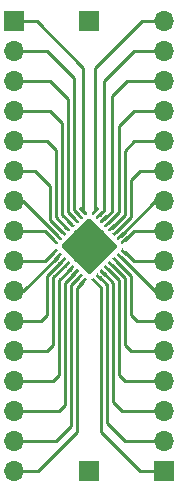
<source format=gbr>
G04 #@! TF.GenerationSoftware,KiCad,Pcbnew,(5.0.0-3-g5ebb6b6)*
G04 #@! TF.CreationDate,2019-01-26T00:41:44+00:00*
G04 #@! TF.ProjectId,QFN32,51464E33322E6B696361645F70636200,rev?*
G04 #@! TF.SameCoordinates,Original*
G04 #@! TF.FileFunction,Copper,L1,Top,Signal*
G04 #@! TF.FilePolarity,Positive*
%FSLAX46Y46*%
G04 Gerber Fmt 4.6, Leading zero omitted, Abs format (unit mm)*
G04 Created by KiCad (PCBNEW (5.0.0-3-g5ebb6b6)) date Saturday, 26 January 2019 at 00:41:44*
%MOMM*%
%LPD*%
G01*
G04 APERTURE LIST*
G04 #@! TA.AperFunction,ComponentPad*
%ADD10R,1.700000X1.700000*%
G04 #@! TD*
G04 #@! TA.AperFunction,ComponentPad*
%ADD11O,1.700000X1.700000*%
G04 #@! TD*
G04 #@! TA.AperFunction,Conductor*
%ADD12C,0.100000*%
G04 #@! TD*
G04 #@! TA.AperFunction,SMDPad,CuDef*
%ADD13C,3.450000*%
G04 #@! TD*
G04 #@! TA.AperFunction,ViaPad*
%ADD14C,0.500000*%
G04 #@! TD*
G04 #@! TA.AperFunction,SMDPad,CuDef*
%ADD15C,0.250000*%
G04 #@! TD*
G04 #@! TA.AperFunction,Conductor*
%ADD16C,0.250000*%
G04 #@! TD*
G04 APERTURE END LIST*
D10*
G04 #@! TO.P,J1,1*
G04 #@! TO.N,/THERMAL_PAD*
X135890000Y-114300000D03*
G04 #@! TD*
G04 #@! TO.P,J2,1*
G04 #@! TO.N,/THERMAL_PAD*
X135890000Y-76200000D03*
G04 #@! TD*
G04 #@! TO.P,J3,1*
G04 #@! TO.N,/1*
X129540000Y-76200000D03*
D11*
G04 #@! TO.P,J3,2*
G04 #@! TO.N,/2*
X129540000Y-78740000D03*
G04 #@! TO.P,J3,3*
G04 #@! TO.N,/3*
X129540000Y-81280000D03*
G04 #@! TO.P,J3,4*
G04 #@! TO.N,/4*
X129540000Y-83820000D03*
G04 #@! TO.P,J3,5*
G04 #@! TO.N,/5*
X129540000Y-86360000D03*
G04 #@! TO.P,J3,6*
G04 #@! TO.N,/6*
X129540000Y-88900000D03*
G04 #@! TO.P,J3,7*
G04 #@! TO.N,/7*
X129540000Y-91440000D03*
G04 #@! TO.P,J3,8*
G04 #@! TO.N,/8*
X129540000Y-93980000D03*
G04 #@! TO.P,J3,9*
G04 #@! TO.N,/9*
X129540000Y-96520000D03*
G04 #@! TO.P,J3,10*
G04 #@! TO.N,/10*
X129540000Y-99060000D03*
G04 #@! TO.P,J3,11*
G04 #@! TO.N,/11*
X129540000Y-101600000D03*
G04 #@! TO.P,J3,12*
G04 #@! TO.N,/12*
X129540000Y-104140000D03*
G04 #@! TO.P,J3,13*
G04 #@! TO.N,/13*
X129540000Y-106680000D03*
G04 #@! TO.P,J3,14*
G04 #@! TO.N,/14*
X129540000Y-109220000D03*
G04 #@! TO.P,J3,15*
G04 #@! TO.N,/15*
X129540000Y-111760000D03*
G04 #@! TO.P,J3,16*
G04 #@! TO.N,/16*
X129540000Y-114300000D03*
G04 #@! TD*
G04 #@! TO.P,J4,16*
G04 #@! TO.N,/32*
X142240000Y-76200000D03*
G04 #@! TO.P,J4,15*
G04 #@! TO.N,/31*
X142240000Y-78740000D03*
G04 #@! TO.P,J4,14*
G04 #@! TO.N,/30*
X142240000Y-81280000D03*
G04 #@! TO.P,J4,13*
G04 #@! TO.N,/29*
X142240000Y-83820000D03*
G04 #@! TO.P,J4,12*
G04 #@! TO.N,/28*
X142240000Y-86360000D03*
G04 #@! TO.P,J4,11*
G04 #@! TO.N,/27*
X142240000Y-88900000D03*
G04 #@! TO.P,J4,10*
G04 #@! TO.N,/26*
X142240000Y-91440000D03*
G04 #@! TO.P,J4,9*
G04 #@! TO.N,/25*
X142240000Y-93980000D03*
G04 #@! TO.P,J4,8*
G04 #@! TO.N,/24*
X142240000Y-96520000D03*
G04 #@! TO.P,J4,7*
G04 #@! TO.N,/23*
X142240000Y-99060000D03*
G04 #@! TO.P,J4,6*
G04 #@! TO.N,/22*
X142240000Y-101600000D03*
G04 #@! TO.P,J4,5*
G04 #@! TO.N,/21*
X142240000Y-104140000D03*
G04 #@! TO.P,J4,4*
G04 #@! TO.N,/20*
X142240000Y-106680000D03*
G04 #@! TO.P,J4,3*
G04 #@! TO.N,/19*
X142240000Y-109220000D03*
G04 #@! TO.P,J4,2*
G04 #@! TO.N,/18*
X142240000Y-111760000D03*
D10*
G04 #@! TO.P,J4,1*
G04 #@! TO.N,/17*
X142240000Y-114300000D03*
G04 #@! TD*
D12*
G04 #@! TO.N,/THERMAL_PAD*
G04 #@! TO.C,U1*
G36*
X135914504Y-92915239D02*
X135938773Y-92918839D01*
X135962571Y-92924800D01*
X135985671Y-92933065D01*
X136007849Y-92943555D01*
X136028893Y-92956168D01*
X136048598Y-92970782D01*
X136066777Y-92987258D01*
X138152742Y-95073223D01*
X138169218Y-95091402D01*
X138183832Y-95111107D01*
X138196445Y-95132151D01*
X138206935Y-95154329D01*
X138215200Y-95177429D01*
X138221161Y-95201227D01*
X138224761Y-95225496D01*
X138225965Y-95250000D01*
X138224761Y-95274504D01*
X138221161Y-95298773D01*
X138215200Y-95322571D01*
X138206935Y-95345671D01*
X138196445Y-95367849D01*
X138183832Y-95388893D01*
X138169218Y-95408598D01*
X138152742Y-95426777D01*
X136066777Y-97512742D01*
X136048598Y-97529218D01*
X136028893Y-97543832D01*
X136007849Y-97556445D01*
X135985671Y-97566935D01*
X135962571Y-97575200D01*
X135938773Y-97581161D01*
X135914504Y-97584761D01*
X135890000Y-97585965D01*
X135865496Y-97584761D01*
X135841227Y-97581161D01*
X135817429Y-97575200D01*
X135794329Y-97566935D01*
X135772151Y-97556445D01*
X135751107Y-97543832D01*
X135731402Y-97529218D01*
X135713223Y-97512742D01*
X133627258Y-95426777D01*
X133610782Y-95408598D01*
X133596168Y-95388893D01*
X133583555Y-95367849D01*
X133573065Y-95345671D01*
X133564800Y-95322571D01*
X133558839Y-95298773D01*
X133555239Y-95274504D01*
X133554035Y-95250000D01*
X133555239Y-95225496D01*
X133558839Y-95201227D01*
X133564800Y-95177429D01*
X133573065Y-95154329D01*
X133583555Y-95132151D01*
X133596168Y-95111107D01*
X133610782Y-95091402D01*
X133627258Y-95073223D01*
X135713223Y-92987258D01*
X135731402Y-92970782D01*
X135751107Y-92956168D01*
X135772151Y-92943555D01*
X135794329Y-92933065D01*
X135817429Y-92924800D01*
X135841227Y-92918839D01*
X135865496Y-92915239D01*
X135890000Y-92914035D01*
X135914504Y-92915239D01*
X135914504Y-92915239D01*
G37*
D13*
G04 #@! TD*
G04 #@! TO.P,U1,33*
G04 #@! TO.N,/THERMAL_PAD*
X135890000Y-95250000D03*
D14*
G04 #@! TO.N,/THERMAL_PAD*
G04 #@! TO.C,U1*
X135890000Y-93835786D03*
X136597107Y-94542893D03*
X137304214Y-95250000D03*
X135182893Y-94542893D03*
X135890000Y-95250000D03*
X136597107Y-95957107D03*
X134475786Y-95250000D03*
X135182893Y-95957107D03*
X135890000Y-96664214D03*
D12*
G04 #@! TO.N,/1*
G36*
X135189019Y-91917432D02*
X135195086Y-91918332D01*
X135201036Y-91919822D01*
X135206811Y-91921889D01*
X135212355Y-91924511D01*
X135217616Y-91927664D01*
X135222543Y-91931318D01*
X135227087Y-91935437D01*
X135686707Y-92395057D01*
X135690826Y-92399601D01*
X135694480Y-92404528D01*
X135697633Y-92409789D01*
X135700255Y-92415333D01*
X135702322Y-92421108D01*
X135703812Y-92427058D01*
X135704712Y-92433125D01*
X135705013Y-92439251D01*
X135704712Y-92445377D01*
X135703812Y-92451444D01*
X135702322Y-92457394D01*
X135700255Y-92463169D01*
X135697633Y-92468713D01*
X135694480Y-92473974D01*
X135690826Y-92478901D01*
X135686707Y-92483445D01*
X135598319Y-92571833D01*
X135593775Y-92575952D01*
X135588848Y-92579606D01*
X135583587Y-92582759D01*
X135578043Y-92585381D01*
X135572268Y-92587448D01*
X135566318Y-92588938D01*
X135560251Y-92589838D01*
X135554125Y-92590139D01*
X135547999Y-92589838D01*
X135541932Y-92588938D01*
X135535982Y-92587448D01*
X135530207Y-92585381D01*
X135524663Y-92582759D01*
X135519402Y-92579606D01*
X135514475Y-92575952D01*
X135509931Y-92571833D01*
X135050311Y-92112213D01*
X135046192Y-92107669D01*
X135042538Y-92102742D01*
X135039385Y-92097481D01*
X135036763Y-92091937D01*
X135034696Y-92086162D01*
X135033206Y-92080212D01*
X135032306Y-92074145D01*
X135032005Y-92068019D01*
X135032306Y-92061893D01*
X135033206Y-92055826D01*
X135034696Y-92049876D01*
X135036763Y-92044101D01*
X135039385Y-92038557D01*
X135042538Y-92033296D01*
X135046192Y-92028369D01*
X135050311Y-92023825D01*
X135138699Y-91935437D01*
X135143243Y-91931318D01*
X135148170Y-91927664D01*
X135153431Y-91924511D01*
X135158975Y-91921889D01*
X135164750Y-91919822D01*
X135170700Y-91918332D01*
X135176767Y-91917432D01*
X135182893Y-91917131D01*
X135189019Y-91917432D01*
X135189019Y-91917432D01*
G37*
D15*
G04 #@! TD*
G04 #@! TO.P,U1,1*
G04 #@! TO.N,/1*
X135368509Y-92253635D03*
D12*
G04 #@! TO.N,/2*
G04 #@! TO.C,U1*
G36*
X134835465Y-92270985D02*
X134841532Y-92271885D01*
X134847482Y-92273375D01*
X134853257Y-92275442D01*
X134858801Y-92278064D01*
X134864062Y-92281217D01*
X134868989Y-92284871D01*
X134873533Y-92288990D01*
X135333153Y-92748610D01*
X135337272Y-92753154D01*
X135340926Y-92758081D01*
X135344079Y-92763342D01*
X135346701Y-92768886D01*
X135348768Y-92774661D01*
X135350258Y-92780611D01*
X135351158Y-92786678D01*
X135351459Y-92792804D01*
X135351158Y-92798930D01*
X135350258Y-92804997D01*
X135348768Y-92810947D01*
X135346701Y-92816722D01*
X135344079Y-92822266D01*
X135340926Y-92827527D01*
X135337272Y-92832454D01*
X135333153Y-92836998D01*
X135244765Y-92925386D01*
X135240221Y-92929505D01*
X135235294Y-92933159D01*
X135230033Y-92936312D01*
X135224489Y-92938934D01*
X135218714Y-92941001D01*
X135212764Y-92942491D01*
X135206697Y-92943391D01*
X135200571Y-92943692D01*
X135194445Y-92943391D01*
X135188378Y-92942491D01*
X135182428Y-92941001D01*
X135176653Y-92938934D01*
X135171109Y-92936312D01*
X135165848Y-92933159D01*
X135160921Y-92929505D01*
X135156377Y-92925386D01*
X134696757Y-92465766D01*
X134692638Y-92461222D01*
X134688984Y-92456295D01*
X134685831Y-92451034D01*
X134683209Y-92445490D01*
X134681142Y-92439715D01*
X134679652Y-92433765D01*
X134678752Y-92427698D01*
X134678451Y-92421572D01*
X134678752Y-92415446D01*
X134679652Y-92409379D01*
X134681142Y-92403429D01*
X134683209Y-92397654D01*
X134685831Y-92392110D01*
X134688984Y-92386849D01*
X134692638Y-92381922D01*
X134696757Y-92377378D01*
X134785145Y-92288990D01*
X134789689Y-92284871D01*
X134794616Y-92281217D01*
X134799877Y-92278064D01*
X134805421Y-92275442D01*
X134811196Y-92273375D01*
X134817146Y-92271885D01*
X134823213Y-92270985D01*
X134829339Y-92270684D01*
X134835465Y-92270985D01*
X134835465Y-92270985D01*
G37*
D15*
G04 #@! TD*
G04 #@! TO.P,U1,2*
G04 #@! TO.N,/2*
X135014955Y-92607188D03*
D12*
G04 #@! TO.N,/3*
G04 #@! TO.C,U1*
G36*
X134481912Y-92624539D02*
X134487979Y-92625439D01*
X134493929Y-92626929D01*
X134499704Y-92628996D01*
X134505248Y-92631618D01*
X134510509Y-92634771D01*
X134515436Y-92638425D01*
X134519980Y-92642544D01*
X134979600Y-93102164D01*
X134983719Y-93106708D01*
X134987373Y-93111635D01*
X134990526Y-93116896D01*
X134993148Y-93122440D01*
X134995215Y-93128215D01*
X134996705Y-93134165D01*
X134997605Y-93140232D01*
X134997906Y-93146358D01*
X134997605Y-93152484D01*
X134996705Y-93158551D01*
X134995215Y-93164501D01*
X134993148Y-93170276D01*
X134990526Y-93175820D01*
X134987373Y-93181081D01*
X134983719Y-93186008D01*
X134979600Y-93190552D01*
X134891212Y-93278940D01*
X134886668Y-93283059D01*
X134881741Y-93286713D01*
X134876480Y-93289866D01*
X134870936Y-93292488D01*
X134865161Y-93294555D01*
X134859211Y-93296045D01*
X134853144Y-93296945D01*
X134847018Y-93297246D01*
X134840892Y-93296945D01*
X134834825Y-93296045D01*
X134828875Y-93294555D01*
X134823100Y-93292488D01*
X134817556Y-93289866D01*
X134812295Y-93286713D01*
X134807368Y-93283059D01*
X134802824Y-93278940D01*
X134343204Y-92819320D01*
X134339085Y-92814776D01*
X134335431Y-92809849D01*
X134332278Y-92804588D01*
X134329656Y-92799044D01*
X134327589Y-92793269D01*
X134326099Y-92787319D01*
X134325199Y-92781252D01*
X134324898Y-92775126D01*
X134325199Y-92769000D01*
X134326099Y-92762933D01*
X134327589Y-92756983D01*
X134329656Y-92751208D01*
X134332278Y-92745664D01*
X134335431Y-92740403D01*
X134339085Y-92735476D01*
X134343204Y-92730932D01*
X134431592Y-92642544D01*
X134436136Y-92638425D01*
X134441063Y-92634771D01*
X134446324Y-92631618D01*
X134451868Y-92628996D01*
X134457643Y-92626929D01*
X134463593Y-92625439D01*
X134469660Y-92624539D01*
X134475786Y-92624238D01*
X134481912Y-92624539D01*
X134481912Y-92624539D01*
G37*
D15*
G04 #@! TD*
G04 #@! TO.P,U1,3*
G04 #@! TO.N,/3*
X134661402Y-92960742D03*
D12*
G04 #@! TO.N,/4*
G04 #@! TO.C,U1*
G36*
X134128359Y-92978092D02*
X134134426Y-92978992D01*
X134140376Y-92980482D01*
X134146151Y-92982549D01*
X134151695Y-92985171D01*
X134156956Y-92988324D01*
X134161883Y-92991978D01*
X134166427Y-92996097D01*
X134626047Y-93455717D01*
X134630166Y-93460261D01*
X134633820Y-93465188D01*
X134636973Y-93470449D01*
X134639595Y-93475993D01*
X134641662Y-93481768D01*
X134643152Y-93487718D01*
X134644052Y-93493785D01*
X134644353Y-93499911D01*
X134644052Y-93506037D01*
X134643152Y-93512104D01*
X134641662Y-93518054D01*
X134639595Y-93523829D01*
X134636973Y-93529373D01*
X134633820Y-93534634D01*
X134630166Y-93539561D01*
X134626047Y-93544105D01*
X134537659Y-93632493D01*
X134533115Y-93636612D01*
X134528188Y-93640266D01*
X134522927Y-93643419D01*
X134517383Y-93646041D01*
X134511608Y-93648108D01*
X134505658Y-93649598D01*
X134499591Y-93650498D01*
X134493465Y-93650799D01*
X134487339Y-93650498D01*
X134481272Y-93649598D01*
X134475322Y-93648108D01*
X134469547Y-93646041D01*
X134464003Y-93643419D01*
X134458742Y-93640266D01*
X134453815Y-93636612D01*
X134449271Y-93632493D01*
X133989651Y-93172873D01*
X133985532Y-93168329D01*
X133981878Y-93163402D01*
X133978725Y-93158141D01*
X133976103Y-93152597D01*
X133974036Y-93146822D01*
X133972546Y-93140872D01*
X133971646Y-93134805D01*
X133971345Y-93128679D01*
X133971646Y-93122553D01*
X133972546Y-93116486D01*
X133974036Y-93110536D01*
X133976103Y-93104761D01*
X133978725Y-93099217D01*
X133981878Y-93093956D01*
X133985532Y-93089029D01*
X133989651Y-93084485D01*
X134078039Y-92996097D01*
X134082583Y-92991978D01*
X134087510Y-92988324D01*
X134092771Y-92985171D01*
X134098315Y-92982549D01*
X134104090Y-92980482D01*
X134110040Y-92978992D01*
X134116107Y-92978092D01*
X134122233Y-92977791D01*
X134128359Y-92978092D01*
X134128359Y-92978092D01*
G37*
D15*
G04 #@! TD*
G04 #@! TO.P,U1,4*
G04 #@! TO.N,/4*
X134307849Y-93314295D03*
D12*
G04 #@! TO.N,/5*
G04 #@! TO.C,U1*
G36*
X133774805Y-93331646D02*
X133780872Y-93332546D01*
X133786822Y-93334036D01*
X133792597Y-93336103D01*
X133798141Y-93338725D01*
X133803402Y-93341878D01*
X133808329Y-93345532D01*
X133812873Y-93349651D01*
X134272493Y-93809271D01*
X134276612Y-93813815D01*
X134280266Y-93818742D01*
X134283419Y-93824003D01*
X134286041Y-93829547D01*
X134288108Y-93835322D01*
X134289598Y-93841272D01*
X134290498Y-93847339D01*
X134290799Y-93853465D01*
X134290498Y-93859591D01*
X134289598Y-93865658D01*
X134288108Y-93871608D01*
X134286041Y-93877383D01*
X134283419Y-93882927D01*
X134280266Y-93888188D01*
X134276612Y-93893115D01*
X134272493Y-93897659D01*
X134184105Y-93986047D01*
X134179561Y-93990166D01*
X134174634Y-93993820D01*
X134169373Y-93996973D01*
X134163829Y-93999595D01*
X134158054Y-94001662D01*
X134152104Y-94003152D01*
X134146037Y-94004052D01*
X134139911Y-94004353D01*
X134133785Y-94004052D01*
X134127718Y-94003152D01*
X134121768Y-94001662D01*
X134115993Y-93999595D01*
X134110449Y-93996973D01*
X134105188Y-93993820D01*
X134100261Y-93990166D01*
X134095717Y-93986047D01*
X133636097Y-93526427D01*
X133631978Y-93521883D01*
X133628324Y-93516956D01*
X133625171Y-93511695D01*
X133622549Y-93506151D01*
X133620482Y-93500376D01*
X133618992Y-93494426D01*
X133618092Y-93488359D01*
X133617791Y-93482233D01*
X133618092Y-93476107D01*
X133618992Y-93470040D01*
X133620482Y-93464090D01*
X133622549Y-93458315D01*
X133625171Y-93452771D01*
X133628324Y-93447510D01*
X133631978Y-93442583D01*
X133636097Y-93438039D01*
X133724485Y-93349651D01*
X133729029Y-93345532D01*
X133733956Y-93341878D01*
X133739217Y-93338725D01*
X133744761Y-93336103D01*
X133750536Y-93334036D01*
X133756486Y-93332546D01*
X133762553Y-93331646D01*
X133768679Y-93331345D01*
X133774805Y-93331646D01*
X133774805Y-93331646D01*
G37*
D15*
G04 #@! TD*
G04 #@! TO.P,U1,5*
G04 #@! TO.N,/5*
X133954295Y-93667849D03*
D12*
G04 #@! TO.N,/6*
G04 #@! TO.C,U1*
G36*
X133421252Y-93685199D02*
X133427319Y-93686099D01*
X133433269Y-93687589D01*
X133439044Y-93689656D01*
X133444588Y-93692278D01*
X133449849Y-93695431D01*
X133454776Y-93699085D01*
X133459320Y-93703204D01*
X133918940Y-94162824D01*
X133923059Y-94167368D01*
X133926713Y-94172295D01*
X133929866Y-94177556D01*
X133932488Y-94183100D01*
X133934555Y-94188875D01*
X133936045Y-94194825D01*
X133936945Y-94200892D01*
X133937246Y-94207018D01*
X133936945Y-94213144D01*
X133936045Y-94219211D01*
X133934555Y-94225161D01*
X133932488Y-94230936D01*
X133929866Y-94236480D01*
X133926713Y-94241741D01*
X133923059Y-94246668D01*
X133918940Y-94251212D01*
X133830552Y-94339600D01*
X133826008Y-94343719D01*
X133821081Y-94347373D01*
X133815820Y-94350526D01*
X133810276Y-94353148D01*
X133804501Y-94355215D01*
X133798551Y-94356705D01*
X133792484Y-94357605D01*
X133786358Y-94357906D01*
X133780232Y-94357605D01*
X133774165Y-94356705D01*
X133768215Y-94355215D01*
X133762440Y-94353148D01*
X133756896Y-94350526D01*
X133751635Y-94347373D01*
X133746708Y-94343719D01*
X133742164Y-94339600D01*
X133282544Y-93879980D01*
X133278425Y-93875436D01*
X133274771Y-93870509D01*
X133271618Y-93865248D01*
X133268996Y-93859704D01*
X133266929Y-93853929D01*
X133265439Y-93847979D01*
X133264539Y-93841912D01*
X133264238Y-93835786D01*
X133264539Y-93829660D01*
X133265439Y-93823593D01*
X133266929Y-93817643D01*
X133268996Y-93811868D01*
X133271618Y-93806324D01*
X133274771Y-93801063D01*
X133278425Y-93796136D01*
X133282544Y-93791592D01*
X133370932Y-93703204D01*
X133375476Y-93699085D01*
X133380403Y-93695431D01*
X133385664Y-93692278D01*
X133391208Y-93689656D01*
X133396983Y-93687589D01*
X133402933Y-93686099D01*
X133409000Y-93685199D01*
X133415126Y-93684898D01*
X133421252Y-93685199D01*
X133421252Y-93685199D01*
G37*
D15*
G04 #@! TD*
G04 #@! TO.P,U1,6*
G04 #@! TO.N,/6*
X133600742Y-94021402D03*
D12*
G04 #@! TO.N,/7*
G04 #@! TO.C,U1*
G36*
X133067698Y-94038752D02*
X133073765Y-94039652D01*
X133079715Y-94041142D01*
X133085490Y-94043209D01*
X133091034Y-94045831D01*
X133096295Y-94048984D01*
X133101222Y-94052638D01*
X133105766Y-94056757D01*
X133565386Y-94516377D01*
X133569505Y-94520921D01*
X133573159Y-94525848D01*
X133576312Y-94531109D01*
X133578934Y-94536653D01*
X133581001Y-94542428D01*
X133582491Y-94548378D01*
X133583391Y-94554445D01*
X133583692Y-94560571D01*
X133583391Y-94566697D01*
X133582491Y-94572764D01*
X133581001Y-94578714D01*
X133578934Y-94584489D01*
X133576312Y-94590033D01*
X133573159Y-94595294D01*
X133569505Y-94600221D01*
X133565386Y-94604765D01*
X133476998Y-94693153D01*
X133472454Y-94697272D01*
X133467527Y-94700926D01*
X133462266Y-94704079D01*
X133456722Y-94706701D01*
X133450947Y-94708768D01*
X133444997Y-94710258D01*
X133438930Y-94711158D01*
X133432804Y-94711459D01*
X133426678Y-94711158D01*
X133420611Y-94710258D01*
X133414661Y-94708768D01*
X133408886Y-94706701D01*
X133403342Y-94704079D01*
X133398081Y-94700926D01*
X133393154Y-94697272D01*
X133388610Y-94693153D01*
X132928990Y-94233533D01*
X132924871Y-94228989D01*
X132921217Y-94224062D01*
X132918064Y-94218801D01*
X132915442Y-94213257D01*
X132913375Y-94207482D01*
X132911885Y-94201532D01*
X132910985Y-94195465D01*
X132910684Y-94189339D01*
X132910985Y-94183213D01*
X132911885Y-94177146D01*
X132913375Y-94171196D01*
X132915442Y-94165421D01*
X132918064Y-94159877D01*
X132921217Y-94154616D01*
X132924871Y-94149689D01*
X132928990Y-94145145D01*
X133017378Y-94056757D01*
X133021922Y-94052638D01*
X133026849Y-94048984D01*
X133032110Y-94045831D01*
X133037654Y-94043209D01*
X133043429Y-94041142D01*
X133049379Y-94039652D01*
X133055446Y-94038752D01*
X133061572Y-94038451D01*
X133067698Y-94038752D01*
X133067698Y-94038752D01*
G37*
D15*
G04 #@! TD*
G04 #@! TO.P,U1,7*
G04 #@! TO.N,/7*
X133247188Y-94374955D03*
D12*
G04 #@! TO.N,/8*
G04 #@! TO.C,U1*
G36*
X132714145Y-94392306D02*
X132720212Y-94393206D01*
X132726162Y-94394696D01*
X132731937Y-94396763D01*
X132737481Y-94399385D01*
X132742742Y-94402538D01*
X132747669Y-94406192D01*
X132752213Y-94410311D01*
X133211833Y-94869931D01*
X133215952Y-94874475D01*
X133219606Y-94879402D01*
X133222759Y-94884663D01*
X133225381Y-94890207D01*
X133227448Y-94895982D01*
X133228938Y-94901932D01*
X133229838Y-94907999D01*
X133230139Y-94914125D01*
X133229838Y-94920251D01*
X133228938Y-94926318D01*
X133227448Y-94932268D01*
X133225381Y-94938043D01*
X133222759Y-94943587D01*
X133219606Y-94948848D01*
X133215952Y-94953775D01*
X133211833Y-94958319D01*
X133123445Y-95046707D01*
X133118901Y-95050826D01*
X133113974Y-95054480D01*
X133108713Y-95057633D01*
X133103169Y-95060255D01*
X133097394Y-95062322D01*
X133091444Y-95063812D01*
X133085377Y-95064712D01*
X133079251Y-95065013D01*
X133073125Y-95064712D01*
X133067058Y-95063812D01*
X133061108Y-95062322D01*
X133055333Y-95060255D01*
X133049789Y-95057633D01*
X133044528Y-95054480D01*
X133039601Y-95050826D01*
X133035057Y-95046707D01*
X132575437Y-94587087D01*
X132571318Y-94582543D01*
X132567664Y-94577616D01*
X132564511Y-94572355D01*
X132561889Y-94566811D01*
X132559822Y-94561036D01*
X132558332Y-94555086D01*
X132557432Y-94549019D01*
X132557131Y-94542893D01*
X132557432Y-94536767D01*
X132558332Y-94530700D01*
X132559822Y-94524750D01*
X132561889Y-94518975D01*
X132564511Y-94513431D01*
X132567664Y-94508170D01*
X132571318Y-94503243D01*
X132575437Y-94498699D01*
X132663825Y-94410311D01*
X132668369Y-94406192D01*
X132673296Y-94402538D01*
X132678557Y-94399385D01*
X132684101Y-94396763D01*
X132689876Y-94394696D01*
X132695826Y-94393206D01*
X132701893Y-94392306D01*
X132708019Y-94392005D01*
X132714145Y-94392306D01*
X132714145Y-94392306D01*
G37*
D15*
G04 #@! TD*
G04 #@! TO.P,U1,8*
G04 #@! TO.N,/8*
X132893635Y-94728509D03*
D12*
G04 #@! TO.N,/9*
G04 #@! TO.C,U1*
G36*
X133085377Y-95435288D02*
X133091444Y-95436188D01*
X133097394Y-95437678D01*
X133103169Y-95439745D01*
X133108713Y-95442367D01*
X133113974Y-95445520D01*
X133118901Y-95449174D01*
X133123445Y-95453293D01*
X133211833Y-95541681D01*
X133215952Y-95546225D01*
X133219606Y-95551152D01*
X133222759Y-95556413D01*
X133225381Y-95561957D01*
X133227448Y-95567732D01*
X133228938Y-95573682D01*
X133229838Y-95579749D01*
X133230139Y-95585875D01*
X133229838Y-95592001D01*
X133228938Y-95598068D01*
X133227448Y-95604018D01*
X133225381Y-95609793D01*
X133222759Y-95615337D01*
X133219606Y-95620598D01*
X133215952Y-95625525D01*
X133211833Y-95630069D01*
X132752213Y-96089689D01*
X132747669Y-96093808D01*
X132742742Y-96097462D01*
X132737481Y-96100615D01*
X132731937Y-96103237D01*
X132726162Y-96105304D01*
X132720212Y-96106794D01*
X132714145Y-96107694D01*
X132708019Y-96107995D01*
X132701893Y-96107694D01*
X132695826Y-96106794D01*
X132689876Y-96105304D01*
X132684101Y-96103237D01*
X132678557Y-96100615D01*
X132673296Y-96097462D01*
X132668369Y-96093808D01*
X132663825Y-96089689D01*
X132575437Y-96001301D01*
X132571318Y-95996757D01*
X132567664Y-95991830D01*
X132564511Y-95986569D01*
X132561889Y-95981025D01*
X132559822Y-95975250D01*
X132558332Y-95969300D01*
X132557432Y-95963233D01*
X132557131Y-95957107D01*
X132557432Y-95950981D01*
X132558332Y-95944914D01*
X132559822Y-95938964D01*
X132561889Y-95933189D01*
X132564511Y-95927645D01*
X132567664Y-95922384D01*
X132571318Y-95917457D01*
X132575437Y-95912913D01*
X133035057Y-95453293D01*
X133039601Y-95449174D01*
X133044528Y-95445520D01*
X133049789Y-95442367D01*
X133055333Y-95439745D01*
X133061108Y-95437678D01*
X133067058Y-95436188D01*
X133073125Y-95435288D01*
X133079251Y-95434987D01*
X133085377Y-95435288D01*
X133085377Y-95435288D01*
G37*
D15*
G04 #@! TD*
G04 #@! TO.P,U1,9*
G04 #@! TO.N,/9*
X132893635Y-95771491D03*
D12*
G04 #@! TO.N,/10*
G04 #@! TO.C,U1*
G36*
X133438930Y-95788842D02*
X133444997Y-95789742D01*
X133450947Y-95791232D01*
X133456722Y-95793299D01*
X133462266Y-95795921D01*
X133467527Y-95799074D01*
X133472454Y-95802728D01*
X133476998Y-95806847D01*
X133565386Y-95895235D01*
X133569505Y-95899779D01*
X133573159Y-95904706D01*
X133576312Y-95909967D01*
X133578934Y-95915511D01*
X133581001Y-95921286D01*
X133582491Y-95927236D01*
X133583391Y-95933303D01*
X133583692Y-95939429D01*
X133583391Y-95945555D01*
X133582491Y-95951622D01*
X133581001Y-95957572D01*
X133578934Y-95963347D01*
X133576312Y-95968891D01*
X133573159Y-95974152D01*
X133569505Y-95979079D01*
X133565386Y-95983623D01*
X133105766Y-96443243D01*
X133101222Y-96447362D01*
X133096295Y-96451016D01*
X133091034Y-96454169D01*
X133085490Y-96456791D01*
X133079715Y-96458858D01*
X133073765Y-96460348D01*
X133067698Y-96461248D01*
X133061572Y-96461549D01*
X133055446Y-96461248D01*
X133049379Y-96460348D01*
X133043429Y-96458858D01*
X133037654Y-96456791D01*
X133032110Y-96454169D01*
X133026849Y-96451016D01*
X133021922Y-96447362D01*
X133017378Y-96443243D01*
X132928990Y-96354855D01*
X132924871Y-96350311D01*
X132921217Y-96345384D01*
X132918064Y-96340123D01*
X132915442Y-96334579D01*
X132913375Y-96328804D01*
X132911885Y-96322854D01*
X132910985Y-96316787D01*
X132910684Y-96310661D01*
X132910985Y-96304535D01*
X132911885Y-96298468D01*
X132913375Y-96292518D01*
X132915442Y-96286743D01*
X132918064Y-96281199D01*
X132921217Y-96275938D01*
X132924871Y-96271011D01*
X132928990Y-96266467D01*
X133388610Y-95806847D01*
X133393154Y-95802728D01*
X133398081Y-95799074D01*
X133403342Y-95795921D01*
X133408886Y-95793299D01*
X133414661Y-95791232D01*
X133420611Y-95789742D01*
X133426678Y-95788842D01*
X133432804Y-95788541D01*
X133438930Y-95788842D01*
X133438930Y-95788842D01*
G37*
D15*
G04 #@! TD*
G04 #@! TO.P,U1,10*
G04 #@! TO.N,/10*
X133247188Y-96125045D03*
D12*
G04 #@! TO.N,/11*
G04 #@! TO.C,U1*
G36*
X133792484Y-96142395D02*
X133798551Y-96143295D01*
X133804501Y-96144785D01*
X133810276Y-96146852D01*
X133815820Y-96149474D01*
X133821081Y-96152627D01*
X133826008Y-96156281D01*
X133830552Y-96160400D01*
X133918940Y-96248788D01*
X133923059Y-96253332D01*
X133926713Y-96258259D01*
X133929866Y-96263520D01*
X133932488Y-96269064D01*
X133934555Y-96274839D01*
X133936045Y-96280789D01*
X133936945Y-96286856D01*
X133937246Y-96292982D01*
X133936945Y-96299108D01*
X133936045Y-96305175D01*
X133934555Y-96311125D01*
X133932488Y-96316900D01*
X133929866Y-96322444D01*
X133926713Y-96327705D01*
X133923059Y-96332632D01*
X133918940Y-96337176D01*
X133459320Y-96796796D01*
X133454776Y-96800915D01*
X133449849Y-96804569D01*
X133444588Y-96807722D01*
X133439044Y-96810344D01*
X133433269Y-96812411D01*
X133427319Y-96813901D01*
X133421252Y-96814801D01*
X133415126Y-96815102D01*
X133409000Y-96814801D01*
X133402933Y-96813901D01*
X133396983Y-96812411D01*
X133391208Y-96810344D01*
X133385664Y-96807722D01*
X133380403Y-96804569D01*
X133375476Y-96800915D01*
X133370932Y-96796796D01*
X133282544Y-96708408D01*
X133278425Y-96703864D01*
X133274771Y-96698937D01*
X133271618Y-96693676D01*
X133268996Y-96688132D01*
X133266929Y-96682357D01*
X133265439Y-96676407D01*
X133264539Y-96670340D01*
X133264238Y-96664214D01*
X133264539Y-96658088D01*
X133265439Y-96652021D01*
X133266929Y-96646071D01*
X133268996Y-96640296D01*
X133271618Y-96634752D01*
X133274771Y-96629491D01*
X133278425Y-96624564D01*
X133282544Y-96620020D01*
X133742164Y-96160400D01*
X133746708Y-96156281D01*
X133751635Y-96152627D01*
X133756896Y-96149474D01*
X133762440Y-96146852D01*
X133768215Y-96144785D01*
X133774165Y-96143295D01*
X133780232Y-96142395D01*
X133786358Y-96142094D01*
X133792484Y-96142395D01*
X133792484Y-96142395D01*
G37*
D15*
G04 #@! TD*
G04 #@! TO.P,U1,11*
G04 #@! TO.N,/11*
X133600742Y-96478598D03*
D12*
G04 #@! TO.N,/12*
G04 #@! TO.C,U1*
G36*
X134146037Y-96495948D02*
X134152104Y-96496848D01*
X134158054Y-96498338D01*
X134163829Y-96500405D01*
X134169373Y-96503027D01*
X134174634Y-96506180D01*
X134179561Y-96509834D01*
X134184105Y-96513953D01*
X134272493Y-96602341D01*
X134276612Y-96606885D01*
X134280266Y-96611812D01*
X134283419Y-96617073D01*
X134286041Y-96622617D01*
X134288108Y-96628392D01*
X134289598Y-96634342D01*
X134290498Y-96640409D01*
X134290799Y-96646535D01*
X134290498Y-96652661D01*
X134289598Y-96658728D01*
X134288108Y-96664678D01*
X134286041Y-96670453D01*
X134283419Y-96675997D01*
X134280266Y-96681258D01*
X134276612Y-96686185D01*
X134272493Y-96690729D01*
X133812873Y-97150349D01*
X133808329Y-97154468D01*
X133803402Y-97158122D01*
X133798141Y-97161275D01*
X133792597Y-97163897D01*
X133786822Y-97165964D01*
X133780872Y-97167454D01*
X133774805Y-97168354D01*
X133768679Y-97168655D01*
X133762553Y-97168354D01*
X133756486Y-97167454D01*
X133750536Y-97165964D01*
X133744761Y-97163897D01*
X133739217Y-97161275D01*
X133733956Y-97158122D01*
X133729029Y-97154468D01*
X133724485Y-97150349D01*
X133636097Y-97061961D01*
X133631978Y-97057417D01*
X133628324Y-97052490D01*
X133625171Y-97047229D01*
X133622549Y-97041685D01*
X133620482Y-97035910D01*
X133618992Y-97029960D01*
X133618092Y-97023893D01*
X133617791Y-97017767D01*
X133618092Y-97011641D01*
X133618992Y-97005574D01*
X133620482Y-96999624D01*
X133622549Y-96993849D01*
X133625171Y-96988305D01*
X133628324Y-96983044D01*
X133631978Y-96978117D01*
X133636097Y-96973573D01*
X134095717Y-96513953D01*
X134100261Y-96509834D01*
X134105188Y-96506180D01*
X134110449Y-96503027D01*
X134115993Y-96500405D01*
X134121768Y-96498338D01*
X134127718Y-96496848D01*
X134133785Y-96495948D01*
X134139911Y-96495647D01*
X134146037Y-96495948D01*
X134146037Y-96495948D01*
G37*
D15*
G04 #@! TD*
G04 #@! TO.P,U1,12*
G04 #@! TO.N,/12*
X133954295Y-96832151D03*
D12*
G04 #@! TO.N,/13*
G04 #@! TO.C,U1*
G36*
X134499591Y-96849502D02*
X134505658Y-96850402D01*
X134511608Y-96851892D01*
X134517383Y-96853959D01*
X134522927Y-96856581D01*
X134528188Y-96859734D01*
X134533115Y-96863388D01*
X134537659Y-96867507D01*
X134626047Y-96955895D01*
X134630166Y-96960439D01*
X134633820Y-96965366D01*
X134636973Y-96970627D01*
X134639595Y-96976171D01*
X134641662Y-96981946D01*
X134643152Y-96987896D01*
X134644052Y-96993963D01*
X134644353Y-97000089D01*
X134644052Y-97006215D01*
X134643152Y-97012282D01*
X134641662Y-97018232D01*
X134639595Y-97024007D01*
X134636973Y-97029551D01*
X134633820Y-97034812D01*
X134630166Y-97039739D01*
X134626047Y-97044283D01*
X134166427Y-97503903D01*
X134161883Y-97508022D01*
X134156956Y-97511676D01*
X134151695Y-97514829D01*
X134146151Y-97517451D01*
X134140376Y-97519518D01*
X134134426Y-97521008D01*
X134128359Y-97521908D01*
X134122233Y-97522209D01*
X134116107Y-97521908D01*
X134110040Y-97521008D01*
X134104090Y-97519518D01*
X134098315Y-97517451D01*
X134092771Y-97514829D01*
X134087510Y-97511676D01*
X134082583Y-97508022D01*
X134078039Y-97503903D01*
X133989651Y-97415515D01*
X133985532Y-97410971D01*
X133981878Y-97406044D01*
X133978725Y-97400783D01*
X133976103Y-97395239D01*
X133974036Y-97389464D01*
X133972546Y-97383514D01*
X133971646Y-97377447D01*
X133971345Y-97371321D01*
X133971646Y-97365195D01*
X133972546Y-97359128D01*
X133974036Y-97353178D01*
X133976103Y-97347403D01*
X133978725Y-97341859D01*
X133981878Y-97336598D01*
X133985532Y-97331671D01*
X133989651Y-97327127D01*
X134449271Y-96867507D01*
X134453815Y-96863388D01*
X134458742Y-96859734D01*
X134464003Y-96856581D01*
X134469547Y-96853959D01*
X134475322Y-96851892D01*
X134481272Y-96850402D01*
X134487339Y-96849502D01*
X134493465Y-96849201D01*
X134499591Y-96849502D01*
X134499591Y-96849502D01*
G37*
D15*
G04 #@! TD*
G04 #@! TO.P,U1,13*
G04 #@! TO.N,/13*
X134307849Y-97185705D03*
D12*
G04 #@! TO.N,/14*
G04 #@! TO.C,U1*
G36*
X134853144Y-97203055D02*
X134859211Y-97203955D01*
X134865161Y-97205445D01*
X134870936Y-97207512D01*
X134876480Y-97210134D01*
X134881741Y-97213287D01*
X134886668Y-97216941D01*
X134891212Y-97221060D01*
X134979600Y-97309448D01*
X134983719Y-97313992D01*
X134987373Y-97318919D01*
X134990526Y-97324180D01*
X134993148Y-97329724D01*
X134995215Y-97335499D01*
X134996705Y-97341449D01*
X134997605Y-97347516D01*
X134997906Y-97353642D01*
X134997605Y-97359768D01*
X134996705Y-97365835D01*
X134995215Y-97371785D01*
X134993148Y-97377560D01*
X134990526Y-97383104D01*
X134987373Y-97388365D01*
X134983719Y-97393292D01*
X134979600Y-97397836D01*
X134519980Y-97857456D01*
X134515436Y-97861575D01*
X134510509Y-97865229D01*
X134505248Y-97868382D01*
X134499704Y-97871004D01*
X134493929Y-97873071D01*
X134487979Y-97874561D01*
X134481912Y-97875461D01*
X134475786Y-97875762D01*
X134469660Y-97875461D01*
X134463593Y-97874561D01*
X134457643Y-97873071D01*
X134451868Y-97871004D01*
X134446324Y-97868382D01*
X134441063Y-97865229D01*
X134436136Y-97861575D01*
X134431592Y-97857456D01*
X134343204Y-97769068D01*
X134339085Y-97764524D01*
X134335431Y-97759597D01*
X134332278Y-97754336D01*
X134329656Y-97748792D01*
X134327589Y-97743017D01*
X134326099Y-97737067D01*
X134325199Y-97731000D01*
X134324898Y-97724874D01*
X134325199Y-97718748D01*
X134326099Y-97712681D01*
X134327589Y-97706731D01*
X134329656Y-97700956D01*
X134332278Y-97695412D01*
X134335431Y-97690151D01*
X134339085Y-97685224D01*
X134343204Y-97680680D01*
X134802824Y-97221060D01*
X134807368Y-97216941D01*
X134812295Y-97213287D01*
X134817556Y-97210134D01*
X134823100Y-97207512D01*
X134828875Y-97205445D01*
X134834825Y-97203955D01*
X134840892Y-97203055D01*
X134847018Y-97202754D01*
X134853144Y-97203055D01*
X134853144Y-97203055D01*
G37*
D15*
G04 #@! TD*
G04 #@! TO.P,U1,14*
G04 #@! TO.N,/14*
X134661402Y-97539258D03*
D12*
G04 #@! TO.N,/15*
G04 #@! TO.C,U1*
G36*
X135206697Y-97556609D02*
X135212764Y-97557509D01*
X135218714Y-97558999D01*
X135224489Y-97561066D01*
X135230033Y-97563688D01*
X135235294Y-97566841D01*
X135240221Y-97570495D01*
X135244765Y-97574614D01*
X135333153Y-97663002D01*
X135337272Y-97667546D01*
X135340926Y-97672473D01*
X135344079Y-97677734D01*
X135346701Y-97683278D01*
X135348768Y-97689053D01*
X135350258Y-97695003D01*
X135351158Y-97701070D01*
X135351459Y-97707196D01*
X135351158Y-97713322D01*
X135350258Y-97719389D01*
X135348768Y-97725339D01*
X135346701Y-97731114D01*
X135344079Y-97736658D01*
X135340926Y-97741919D01*
X135337272Y-97746846D01*
X135333153Y-97751390D01*
X134873533Y-98211010D01*
X134868989Y-98215129D01*
X134864062Y-98218783D01*
X134858801Y-98221936D01*
X134853257Y-98224558D01*
X134847482Y-98226625D01*
X134841532Y-98228115D01*
X134835465Y-98229015D01*
X134829339Y-98229316D01*
X134823213Y-98229015D01*
X134817146Y-98228115D01*
X134811196Y-98226625D01*
X134805421Y-98224558D01*
X134799877Y-98221936D01*
X134794616Y-98218783D01*
X134789689Y-98215129D01*
X134785145Y-98211010D01*
X134696757Y-98122622D01*
X134692638Y-98118078D01*
X134688984Y-98113151D01*
X134685831Y-98107890D01*
X134683209Y-98102346D01*
X134681142Y-98096571D01*
X134679652Y-98090621D01*
X134678752Y-98084554D01*
X134678451Y-98078428D01*
X134678752Y-98072302D01*
X134679652Y-98066235D01*
X134681142Y-98060285D01*
X134683209Y-98054510D01*
X134685831Y-98048966D01*
X134688984Y-98043705D01*
X134692638Y-98038778D01*
X134696757Y-98034234D01*
X135156377Y-97574614D01*
X135160921Y-97570495D01*
X135165848Y-97566841D01*
X135171109Y-97563688D01*
X135176653Y-97561066D01*
X135182428Y-97558999D01*
X135188378Y-97557509D01*
X135194445Y-97556609D01*
X135200571Y-97556308D01*
X135206697Y-97556609D01*
X135206697Y-97556609D01*
G37*
D15*
G04 #@! TD*
G04 #@! TO.P,U1,15*
G04 #@! TO.N,/15*
X135014955Y-97892812D03*
D12*
G04 #@! TO.N,/16*
G04 #@! TO.C,U1*
G36*
X135560251Y-97910162D02*
X135566318Y-97911062D01*
X135572268Y-97912552D01*
X135578043Y-97914619D01*
X135583587Y-97917241D01*
X135588848Y-97920394D01*
X135593775Y-97924048D01*
X135598319Y-97928167D01*
X135686707Y-98016555D01*
X135690826Y-98021099D01*
X135694480Y-98026026D01*
X135697633Y-98031287D01*
X135700255Y-98036831D01*
X135702322Y-98042606D01*
X135703812Y-98048556D01*
X135704712Y-98054623D01*
X135705013Y-98060749D01*
X135704712Y-98066875D01*
X135703812Y-98072942D01*
X135702322Y-98078892D01*
X135700255Y-98084667D01*
X135697633Y-98090211D01*
X135694480Y-98095472D01*
X135690826Y-98100399D01*
X135686707Y-98104943D01*
X135227087Y-98564563D01*
X135222543Y-98568682D01*
X135217616Y-98572336D01*
X135212355Y-98575489D01*
X135206811Y-98578111D01*
X135201036Y-98580178D01*
X135195086Y-98581668D01*
X135189019Y-98582568D01*
X135182893Y-98582869D01*
X135176767Y-98582568D01*
X135170700Y-98581668D01*
X135164750Y-98580178D01*
X135158975Y-98578111D01*
X135153431Y-98575489D01*
X135148170Y-98572336D01*
X135143243Y-98568682D01*
X135138699Y-98564563D01*
X135050311Y-98476175D01*
X135046192Y-98471631D01*
X135042538Y-98466704D01*
X135039385Y-98461443D01*
X135036763Y-98455899D01*
X135034696Y-98450124D01*
X135033206Y-98444174D01*
X135032306Y-98438107D01*
X135032005Y-98431981D01*
X135032306Y-98425855D01*
X135033206Y-98419788D01*
X135034696Y-98413838D01*
X135036763Y-98408063D01*
X135039385Y-98402519D01*
X135042538Y-98397258D01*
X135046192Y-98392331D01*
X135050311Y-98387787D01*
X135509931Y-97928167D01*
X135514475Y-97924048D01*
X135519402Y-97920394D01*
X135524663Y-97917241D01*
X135530207Y-97914619D01*
X135535982Y-97912552D01*
X135541932Y-97911062D01*
X135547999Y-97910162D01*
X135554125Y-97909861D01*
X135560251Y-97910162D01*
X135560251Y-97910162D01*
G37*
D15*
G04 #@! TD*
G04 #@! TO.P,U1,16*
G04 #@! TO.N,/16*
X135368509Y-98246365D03*
D12*
G04 #@! TO.N,/17*
G04 #@! TO.C,U1*
G36*
X136232001Y-97910162D02*
X136238068Y-97911062D01*
X136244018Y-97912552D01*
X136249793Y-97914619D01*
X136255337Y-97917241D01*
X136260598Y-97920394D01*
X136265525Y-97924048D01*
X136270069Y-97928167D01*
X136729689Y-98387787D01*
X136733808Y-98392331D01*
X136737462Y-98397258D01*
X136740615Y-98402519D01*
X136743237Y-98408063D01*
X136745304Y-98413838D01*
X136746794Y-98419788D01*
X136747694Y-98425855D01*
X136747995Y-98431981D01*
X136747694Y-98438107D01*
X136746794Y-98444174D01*
X136745304Y-98450124D01*
X136743237Y-98455899D01*
X136740615Y-98461443D01*
X136737462Y-98466704D01*
X136733808Y-98471631D01*
X136729689Y-98476175D01*
X136641301Y-98564563D01*
X136636757Y-98568682D01*
X136631830Y-98572336D01*
X136626569Y-98575489D01*
X136621025Y-98578111D01*
X136615250Y-98580178D01*
X136609300Y-98581668D01*
X136603233Y-98582568D01*
X136597107Y-98582869D01*
X136590981Y-98582568D01*
X136584914Y-98581668D01*
X136578964Y-98580178D01*
X136573189Y-98578111D01*
X136567645Y-98575489D01*
X136562384Y-98572336D01*
X136557457Y-98568682D01*
X136552913Y-98564563D01*
X136093293Y-98104943D01*
X136089174Y-98100399D01*
X136085520Y-98095472D01*
X136082367Y-98090211D01*
X136079745Y-98084667D01*
X136077678Y-98078892D01*
X136076188Y-98072942D01*
X136075288Y-98066875D01*
X136074987Y-98060749D01*
X136075288Y-98054623D01*
X136076188Y-98048556D01*
X136077678Y-98042606D01*
X136079745Y-98036831D01*
X136082367Y-98031287D01*
X136085520Y-98026026D01*
X136089174Y-98021099D01*
X136093293Y-98016555D01*
X136181681Y-97928167D01*
X136186225Y-97924048D01*
X136191152Y-97920394D01*
X136196413Y-97917241D01*
X136201957Y-97914619D01*
X136207732Y-97912552D01*
X136213682Y-97911062D01*
X136219749Y-97910162D01*
X136225875Y-97909861D01*
X136232001Y-97910162D01*
X136232001Y-97910162D01*
G37*
D15*
G04 #@! TD*
G04 #@! TO.P,U1,17*
G04 #@! TO.N,/17*
X136411491Y-98246365D03*
D12*
G04 #@! TO.N,/18*
G04 #@! TO.C,U1*
G36*
X136585555Y-97556609D02*
X136591622Y-97557509D01*
X136597572Y-97558999D01*
X136603347Y-97561066D01*
X136608891Y-97563688D01*
X136614152Y-97566841D01*
X136619079Y-97570495D01*
X136623623Y-97574614D01*
X137083243Y-98034234D01*
X137087362Y-98038778D01*
X137091016Y-98043705D01*
X137094169Y-98048966D01*
X137096791Y-98054510D01*
X137098858Y-98060285D01*
X137100348Y-98066235D01*
X137101248Y-98072302D01*
X137101549Y-98078428D01*
X137101248Y-98084554D01*
X137100348Y-98090621D01*
X137098858Y-98096571D01*
X137096791Y-98102346D01*
X137094169Y-98107890D01*
X137091016Y-98113151D01*
X137087362Y-98118078D01*
X137083243Y-98122622D01*
X136994855Y-98211010D01*
X136990311Y-98215129D01*
X136985384Y-98218783D01*
X136980123Y-98221936D01*
X136974579Y-98224558D01*
X136968804Y-98226625D01*
X136962854Y-98228115D01*
X136956787Y-98229015D01*
X136950661Y-98229316D01*
X136944535Y-98229015D01*
X136938468Y-98228115D01*
X136932518Y-98226625D01*
X136926743Y-98224558D01*
X136921199Y-98221936D01*
X136915938Y-98218783D01*
X136911011Y-98215129D01*
X136906467Y-98211010D01*
X136446847Y-97751390D01*
X136442728Y-97746846D01*
X136439074Y-97741919D01*
X136435921Y-97736658D01*
X136433299Y-97731114D01*
X136431232Y-97725339D01*
X136429742Y-97719389D01*
X136428842Y-97713322D01*
X136428541Y-97707196D01*
X136428842Y-97701070D01*
X136429742Y-97695003D01*
X136431232Y-97689053D01*
X136433299Y-97683278D01*
X136435921Y-97677734D01*
X136439074Y-97672473D01*
X136442728Y-97667546D01*
X136446847Y-97663002D01*
X136535235Y-97574614D01*
X136539779Y-97570495D01*
X136544706Y-97566841D01*
X136549967Y-97563688D01*
X136555511Y-97561066D01*
X136561286Y-97558999D01*
X136567236Y-97557509D01*
X136573303Y-97556609D01*
X136579429Y-97556308D01*
X136585555Y-97556609D01*
X136585555Y-97556609D01*
G37*
D15*
G04 #@! TD*
G04 #@! TO.P,U1,18*
G04 #@! TO.N,/18*
X136765045Y-97892812D03*
D12*
G04 #@! TO.N,/19*
G04 #@! TO.C,U1*
G36*
X136939108Y-97203055D02*
X136945175Y-97203955D01*
X136951125Y-97205445D01*
X136956900Y-97207512D01*
X136962444Y-97210134D01*
X136967705Y-97213287D01*
X136972632Y-97216941D01*
X136977176Y-97221060D01*
X137436796Y-97680680D01*
X137440915Y-97685224D01*
X137444569Y-97690151D01*
X137447722Y-97695412D01*
X137450344Y-97700956D01*
X137452411Y-97706731D01*
X137453901Y-97712681D01*
X137454801Y-97718748D01*
X137455102Y-97724874D01*
X137454801Y-97731000D01*
X137453901Y-97737067D01*
X137452411Y-97743017D01*
X137450344Y-97748792D01*
X137447722Y-97754336D01*
X137444569Y-97759597D01*
X137440915Y-97764524D01*
X137436796Y-97769068D01*
X137348408Y-97857456D01*
X137343864Y-97861575D01*
X137338937Y-97865229D01*
X137333676Y-97868382D01*
X137328132Y-97871004D01*
X137322357Y-97873071D01*
X137316407Y-97874561D01*
X137310340Y-97875461D01*
X137304214Y-97875762D01*
X137298088Y-97875461D01*
X137292021Y-97874561D01*
X137286071Y-97873071D01*
X137280296Y-97871004D01*
X137274752Y-97868382D01*
X137269491Y-97865229D01*
X137264564Y-97861575D01*
X137260020Y-97857456D01*
X136800400Y-97397836D01*
X136796281Y-97393292D01*
X136792627Y-97388365D01*
X136789474Y-97383104D01*
X136786852Y-97377560D01*
X136784785Y-97371785D01*
X136783295Y-97365835D01*
X136782395Y-97359768D01*
X136782094Y-97353642D01*
X136782395Y-97347516D01*
X136783295Y-97341449D01*
X136784785Y-97335499D01*
X136786852Y-97329724D01*
X136789474Y-97324180D01*
X136792627Y-97318919D01*
X136796281Y-97313992D01*
X136800400Y-97309448D01*
X136888788Y-97221060D01*
X136893332Y-97216941D01*
X136898259Y-97213287D01*
X136903520Y-97210134D01*
X136909064Y-97207512D01*
X136914839Y-97205445D01*
X136920789Y-97203955D01*
X136926856Y-97203055D01*
X136932982Y-97202754D01*
X136939108Y-97203055D01*
X136939108Y-97203055D01*
G37*
D15*
G04 #@! TD*
G04 #@! TO.P,U1,19*
G04 #@! TO.N,/19*
X137118598Y-97539258D03*
D12*
G04 #@! TO.N,/20*
G04 #@! TO.C,U1*
G36*
X137292661Y-96849502D02*
X137298728Y-96850402D01*
X137304678Y-96851892D01*
X137310453Y-96853959D01*
X137315997Y-96856581D01*
X137321258Y-96859734D01*
X137326185Y-96863388D01*
X137330729Y-96867507D01*
X137790349Y-97327127D01*
X137794468Y-97331671D01*
X137798122Y-97336598D01*
X137801275Y-97341859D01*
X137803897Y-97347403D01*
X137805964Y-97353178D01*
X137807454Y-97359128D01*
X137808354Y-97365195D01*
X137808655Y-97371321D01*
X137808354Y-97377447D01*
X137807454Y-97383514D01*
X137805964Y-97389464D01*
X137803897Y-97395239D01*
X137801275Y-97400783D01*
X137798122Y-97406044D01*
X137794468Y-97410971D01*
X137790349Y-97415515D01*
X137701961Y-97503903D01*
X137697417Y-97508022D01*
X137692490Y-97511676D01*
X137687229Y-97514829D01*
X137681685Y-97517451D01*
X137675910Y-97519518D01*
X137669960Y-97521008D01*
X137663893Y-97521908D01*
X137657767Y-97522209D01*
X137651641Y-97521908D01*
X137645574Y-97521008D01*
X137639624Y-97519518D01*
X137633849Y-97517451D01*
X137628305Y-97514829D01*
X137623044Y-97511676D01*
X137618117Y-97508022D01*
X137613573Y-97503903D01*
X137153953Y-97044283D01*
X137149834Y-97039739D01*
X137146180Y-97034812D01*
X137143027Y-97029551D01*
X137140405Y-97024007D01*
X137138338Y-97018232D01*
X137136848Y-97012282D01*
X137135948Y-97006215D01*
X137135647Y-97000089D01*
X137135948Y-96993963D01*
X137136848Y-96987896D01*
X137138338Y-96981946D01*
X137140405Y-96976171D01*
X137143027Y-96970627D01*
X137146180Y-96965366D01*
X137149834Y-96960439D01*
X137153953Y-96955895D01*
X137242341Y-96867507D01*
X137246885Y-96863388D01*
X137251812Y-96859734D01*
X137257073Y-96856581D01*
X137262617Y-96853959D01*
X137268392Y-96851892D01*
X137274342Y-96850402D01*
X137280409Y-96849502D01*
X137286535Y-96849201D01*
X137292661Y-96849502D01*
X137292661Y-96849502D01*
G37*
D15*
G04 #@! TD*
G04 #@! TO.P,U1,20*
G04 #@! TO.N,/20*
X137472151Y-97185705D03*
D12*
G04 #@! TO.N,/21*
G04 #@! TO.C,U1*
G36*
X137646215Y-96495948D02*
X137652282Y-96496848D01*
X137658232Y-96498338D01*
X137664007Y-96500405D01*
X137669551Y-96503027D01*
X137674812Y-96506180D01*
X137679739Y-96509834D01*
X137684283Y-96513953D01*
X138143903Y-96973573D01*
X138148022Y-96978117D01*
X138151676Y-96983044D01*
X138154829Y-96988305D01*
X138157451Y-96993849D01*
X138159518Y-96999624D01*
X138161008Y-97005574D01*
X138161908Y-97011641D01*
X138162209Y-97017767D01*
X138161908Y-97023893D01*
X138161008Y-97029960D01*
X138159518Y-97035910D01*
X138157451Y-97041685D01*
X138154829Y-97047229D01*
X138151676Y-97052490D01*
X138148022Y-97057417D01*
X138143903Y-97061961D01*
X138055515Y-97150349D01*
X138050971Y-97154468D01*
X138046044Y-97158122D01*
X138040783Y-97161275D01*
X138035239Y-97163897D01*
X138029464Y-97165964D01*
X138023514Y-97167454D01*
X138017447Y-97168354D01*
X138011321Y-97168655D01*
X138005195Y-97168354D01*
X137999128Y-97167454D01*
X137993178Y-97165964D01*
X137987403Y-97163897D01*
X137981859Y-97161275D01*
X137976598Y-97158122D01*
X137971671Y-97154468D01*
X137967127Y-97150349D01*
X137507507Y-96690729D01*
X137503388Y-96686185D01*
X137499734Y-96681258D01*
X137496581Y-96675997D01*
X137493959Y-96670453D01*
X137491892Y-96664678D01*
X137490402Y-96658728D01*
X137489502Y-96652661D01*
X137489201Y-96646535D01*
X137489502Y-96640409D01*
X137490402Y-96634342D01*
X137491892Y-96628392D01*
X137493959Y-96622617D01*
X137496581Y-96617073D01*
X137499734Y-96611812D01*
X137503388Y-96606885D01*
X137507507Y-96602341D01*
X137595895Y-96513953D01*
X137600439Y-96509834D01*
X137605366Y-96506180D01*
X137610627Y-96503027D01*
X137616171Y-96500405D01*
X137621946Y-96498338D01*
X137627896Y-96496848D01*
X137633963Y-96495948D01*
X137640089Y-96495647D01*
X137646215Y-96495948D01*
X137646215Y-96495948D01*
G37*
D15*
G04 #@! TD*
G04 #@! TO.P,U1,21*
G04 #@! TO.N,/21*
X137825705Y-96832151D03*
D12*
G04 #@! TO.N,/22*
G04 #@! TO.C,U1*
G36*
X137999768Y-96142395D02*
X138005835Y-96143295D01*
X138011785Y-96144785D01*
X138017560Y-96146852D01*
X138023104Y-96149474D01*
X138028365Y-96152627D01*
X138033292Y-96156281D01*
X138037836Y-96160400D01*
X138497456Y-96620020D01*
X138501575Y-96624564D01*
X138505229Y-96629491D01*
X138508382Y-96634752D01*
X138511004Y-96640296D01*
X138513071Y-96646071D01*
X138514561Y-96652021D01*
X138515461Y-96658088D01*
X138515762Y-96664214D01*
X138515461Y-96670340D01*
X138514561Y-96676407D01*
X138513071Y-96682357D01*
X138511004Y-96688132D01*
X138508382Y-96693676D01*
X138505229Y-96698937D01*
X138501575Y-96703864D01*
X138497456Y-96708408D01*
X138409068Y-96796796D01*
X138404524Y-96800915D01*
X138399597Y-96804569D01*
X138394336Y-96807722D01*
X138388792Y-96810344D01*
X138383017Y-96812411D01*
X138377067Y-96813901D01*
X138371000Y-96814801D01*
X138364874Y-96815102D01*
X138358748Y-96814801D01*
X138352681Y-96813901D01*
X138346731Y-96812411D01*
X138340956Y-96810344D01*
X138335412Y-96807722D01*
X138330151Y-96804569D01*
X138325224Y-96800915D01*
X138320680Y-96796796D01*
X137861060Y-96337176D01*
X137856941Y-96332632D01*
X137853287Y-96327705D01*
X137850134Y-96322444D01*
X137847512Y-96316900D01*
X137845445Y-96311125D01*
X137843955Y-96305175D01*
X137843055Y-96299108D01*
X137842754Y-96292982D01*
X137843055Y-96286856D01*
X137843955Y-96280789D01*
X137845445Y-96274839D01*
X137847512Y-96269064D01*
X137850134Y-96263520D01*
X137853287Y-96258259D01*
X137856941Y-96253332D01*
X137861060Y-96248788D01*
X137949448Y-96160400D01*
X137953992Y-96156281D01*
X137958919Y-96152627D01*
X137964180Y-96149474D01*
X137969724Y-96146852D01*
X137975499Y-96144785D01*
X137981449Y-96143295D01*
X137987516Y-96142395D01*
X137993642Y-96142094D01*
X137999768Y-96142395D01*
X137999768Y-96142395D01*
G37*
D15*
G04 #@! TD*
G04 #@! TO.P,U1,22*
G04 #@! TO.N,/22*
X138179258Y-96478598D03*
D12*
G04 #@! TO.N,/23*
G04 #@! TO.C,U1*
G36*
X138353322Y-95788842D02*
X138359389Y-95789742D01*
X138365339Y-95791232D01*
X138371114Y-95793299D01*
X138376658Y-95795921D01*
X138381919Y-95799074D01*
X138386846Y-95802728D01*
X138391390Y-95806847D01*
X138851010Y-96266467D01*
X138855129Y-96271011D01*
X138858783Y-96275938D01*
X138861936Y-96281199D01*
X138864558Y-96286743D01*
X138866625Y-96292518D01*
X138868115Y-96298468D01*
X138869015Y-96304535D01*
X138869316Y-96310661D01*
X138869015Y-96316787D01*
X138868115Y-96322854D01*
X138866625Y-96328804D01*
X138864558Y-96334579D01*
X138861936Y-96340123D01*
X138858783Y-96345384D01*
X138855129Y-96350311D01*
X138851010Y-96354855D01*
X138762622Y-96443243D01*
X138758078Y-96447362D01*
X138753151Y-96451016D01*
X138747890Y-96454169D01*
X138742346Y-96456791D01*
X138736571Y-96458858D01*
X138730621Y-96460348D01*
X138724554Y-96461248D01*
X138718428Y-96461549D01*
X138712302Y-96461248D01*
X138706235Y-96460348D01*
X138700285Y-96458858D01*
X138694510Y-96456791D01*
X138688966Y-96454169D01*
X138683705Y-96451016D01*
X138678778Y-96447362D01*
X138674234Y-96443243D01*
X138214614Y-95983623D01*
X138210495Y-95979079D01*
X138206841Y-95974152D01*
X138203688Y-95968891D01*
X138201066Y-95963347D01*
X138198999Y-95957572D01*
X138197509Y-95951622D01*
X138196609Y-95945555D01*
X138196308Y-95939429D01*
X138196609Y-95933303D01*
X138197509Y-95927236D01*
X138198999Y-95921286D01*
X138201066Y-95915511D01*
X138203688Y-95909967D01*
X138206841Y-95904706D01*
X138210495Y-95899779D01*
X138214614Y-95895235D01*
X138303002Y-95806847D01*
X138307546Y-95802728D01*
X138312473Y-95799074D01*
X138317734Y-95795921D01*
X138323278Y-95793299D01*
X138329053Y-95791232D01*
X138335003Y-95789742D01*
X138341070Y-95788842D01*
X138347196Y-95788541D01*
X138353322Y-95788842D01*
X138353322Y-95788842D01*
G37*
D15*
G04 #@! TD*
G04 #@! TO.P,U1,23*
G04 #@! TO.N,/23*
X138532812Y-96125045D03*
D12*
G04 #@! TO.N,/24*
G04 #@! TO.C,U1*
G36*
X138706875Y-95435288D02*
X138712942Y-95436188D01*
X138718892Y-95437678D01*
X138724667Y-95439745D01*
X138730211Y-95442367D01*
X138735472Y-95445520D01*
X138740399Y-95449174D01*
X138744943Y-95453293D01*
X139204563Y-95912913D01*
X139208682Y-95917457D01*
X139212336Y-95922384D01*
X139215489Y-95927645D01*
X139218111Y-95933189D01*
X139220178Y-95938964D01*
X139221668Y-95944914D01*
X139222568Y-95950981D01*
X139222869Y-95957107D01*
X139222568Y-95963233D01*
X139221668Y-95969300D01*
X139220178Y-95975250D01*
X139218111Y-95981025D01*
X139215489Y-95986569D01*
X139212336Y-95991830D01*
X139208682Y-95996757D01*
X139204563Y-96001301D01*
X139116175Y-96089689D01*
X139111631Y-96093808D01*
X139106704Y-96097462D01*
X139101443Y-96100615D01*
X139095899Y-96103237D01*
X139090124Y-96105304D01*
X139084174Y-96106794D01*
X139078107Y-96107694D01*
X139071981Y-96107995D01*
X139065855Y-96107694D01*
X139059788Y-96106794D01*
X139053838Y-96105304D01*
X139048063Y-96103237D01*
X139042519Y-96100615D01*
X139037258Y-96097462D01*
X139032331Y-96093808D01*
X139027787Y-96089689D01*
X138568167Y-95630069D01*
X138564048Y-95625525D01*
X138560394Y-95620598D01*
X138557241Y-95615337D01*
X138554619Y-95609793D01*
X138552552Y-95604018D01*
X138551062Y-95598068D01*
X138550162Y-95592001D01*
X138549861Y-95585875D01*
X138550162Y-95579749D01*
X138551062Y-95573682D01*
X138552552Y-95567732D01*
X138554619Y-95561957D01*
X138557241Y-95556413D01*
X138560394Y-95551152D01*
X138564048Y-95546225D01*
X138568167Y-95541681D01*
X138656555Y-95453293D01*
X138661099Y-95449174D01*
X138666026Y-95445520D01*
X138671287Y-95442367D01*
X138676831Y-95439745D01*
X138682606Y-95437678D01*
X138688556Y-95436188D01*
X138694623Y-95435288D01*
X138700749Y-95434987D01*
X138706875Y-95435288D01*
X138706875Y-95435288D01*
G37*
D15*
G04 #@! TD*
G04 #@! TO.P,U1,24*
G04 #@! TO.N,/24*
X138886365Y-95771491D03*
D12*
G04 #@! TO.N,/25*
G04 #@! TO.C,U1*
G36*
X139078107Y-94392306D02*
X139084174Y-94393206D01*
X139090124Y-94394696D01*
X139095899Y-94396763D01*
X139101443Y-94399385D01*
X139106704Y-94402538D01*
X139111631Y-94406192D01*
X139116175Y-94410311D01*
X139204563Y-94498699D01*
X139208682Y-94503243D01*
X139212336Y-94508170D01*
X139215489Y-94513431D01*
X139218111Y-94518975D01*
X139220178Y-94524750D01*
X139221668Y-94530700D01*
X139222568Y-94536767D01*
X139222869Y-94542893D01*
X139222568Y-94549019D01*
X139221668Y-94555086D01*
X139220178Y-94561036D01*
X139218111Y-94566811D01*
X139215489Y-94572355D01*
X139212336Y-94577616D01*
X139208682Y-94582543D01*
X139204563Y-94587087D01*
X138744943Y-95046707D01*
X138740399Y-95050826D01*
X138735472Y-95054480D01*
X138730211Y-95057633D01*
X138724667Y-95060255D01*
X138718892Y-95062322D01*
X138712942Y-95063812D01*
X138706875Y-95064712D01*
X138700749Y-95065013D01*
X138694623Y-95064712D01*
X138688556Y-95063812D01*
X138682606Y-95062322D01*
X138676831Y-95060255D01*
X138671287Y-95057633D01*
X138666026Y-95054480D01*
X138661099Y-95050826D01*
X138656555Y-95046707D01*
X138568167Y-94958319D01*
X138564048Y-94953775D01*
X138560394Y-94948848D01*
X138557241Y-94943587D01*
X138554619Y-94938043D01*
X138552552Y-94932268D01*
X138551062Y-94926318D01*
X138550162Y-94920251D01*
X138549861Y-94914125D01*
X138550162Y-94907999D01*
X138551062Y-94901932D01*
X138552552Y-94895982D01*
X138554619Y-94890207D01*
X138557241Y-94884663D01*
X138560394Y-94879402D01*
X138564048Y-94874475D01*
X138568167Y-94869931D01*
X139027787Y-94410311D01*
X139032331Y-94406192D01*
X139037258Y-94402538D01*
X139042519Y-94399385D01*
X139048063Y-94396763D01*
X139053838Y-94394696D01*
X139059788Y-94393206D01*
X139065855Y-94392306D01*
X139071981Y-94392005D01*
X139078107Y-94392306D01*
X139078107Y-94392306D01*
G37*
D15*
G04 #@! TD*
G04 #@! TO.P,U1,25*
G04 #@! TO.N,/25*
X138886365Y-94728509D03*
D12*
G04 #@! TO.N,/26*
G04 #@! TO.C,U1*
G36*
X138724554Y-94038752D02*
X138730621Y-94039652D01*
X138736571Y-94041142D01*
X138742346Y-94043209D01*
X138747890Y-94045831D01*
X138753151Y-94048984D01*
X138758078Y-94052638D01*
X138762622Y-94056757D01*
X138851010Y-94145145D01*
X138855129Y-94149689D01*
X138858783Y-94154616D01*
X138861936Y-94159877D01*
X138864558Y-94165421D01*
X138866625Y-94171196D01*
X138868115Y-94177146D01*
X138869015Y-94183213D01*
X138869316Y-94189339D01*
X138869015Y-94195465D01*
X138868115Y-94201532D01*
X138866625Y-94207482D01*
X138864558Y-94213257D01*
X138861936Y-94218801D01*
X138858783Y-94224062D01*
X138855129Y-94228989D01*
X138851010Y-94233533D01*
X138391390Y-94693153D01*
X138386846Y-94697272D01*
X138381919Y-94700926D01*
X138376658Y-94704079D01*
X138371114Y-94706701D01*
X138365339Y-94708768D01*
X138359389Y-94710258D01*
X138353322Y-94711158D01*
X138347196Y-94711459D01*
X138341070Y-94711158D01*
X138335003Y-94710258D01*
X138329053Y-94708768D01*
X138323278Y-94706701D01*
X138317734Y-94704079D01*
X138312473Y-94700926D01*
X138307546Y-94697272D01*
X138303002Y-94693153D01*
X138214614Y-94604765D01*
X138210495Y-94600221D01*
X138206841Y-94595294D01*
X138203688Y-94590033D01*
X138201066Y-94584489D01*
X138198999Y-94578714D01*
X138197509Y-94572764D01*
X138196609Y-94566697D01*
X138196308Y-94560571D01*
X138196609Y-94554445D01*
X138197509Y-94548378D01*
X138198999Y-94542428D01*
X138201066Y-94536653D01*
X138203688Y-94531109D01*
X138206841Y-94525848D01*
X138210495Y-94520921D01*
X138214614Y-94516377D01*
X138674234Y-94056757D01*
X138678778Y-94052638D01*
X138683705Y-94048984D01*
X138688966Y-94045831D01*
X138694510Y-94043209D01*
X138700285Y-94041142D01*
X138706235Y-94039652D01*
X138712302Y-94038752D01*
X138718428Y-94038451D01*
X138724554Y-94038752D01*
X138724554Y-94038752D01*
G37*
D15*
G04 #@! TD*
G04 #@! TO.P,U1,26*
G04 #@! TO.N,/26*
X138532812Y-94374955D03*
D12*
G04 #@! TO.N,/27*
G04 #@! TO.C,U1*
G36*
X138371000Y-93685199D02*
X138377067Y-93686099D01*
X138383017Y-93687589D01*
X138388792Y-93689656D01*
X138394336Y-93692278D01*
X138399597Y-93695431D01*
X138404524Y-93699085D01*
X138409068Y-93703204D01*
X138497456Y-93791592D01*
X138501575Y-93796136D01*
X138505229Y-93801063D01*
X138508382Y-93806324D01*
X138511004Y-93811868D01*
X138513071Y-93817643D01*
X138514561Y-93823593D01*
X138515461Y-93829660D01*
X138515762Y-93835786D01*
X138515461Y-93841912D01*
X138514561Y-93847979D01*
X138513071Y-93853929D01*
X138511004Y-93859704D01*
X138508382Y-93865248D01*
X138505229Y-93870509D01*
X138501575Y-93875436D01*
X138497456Y-93879980D01*
X138037836Y-94339600D01*
X138033292Y-94343719D01*
X138028365Y-94347373D01*
X138023104Y-94350526D01*
X138017560Y-94353148D01*
X138011785Y-94355215D01*
X138005835Y-94356705D01*
X137999768Y-94357605D01*
X137993642Y-94357906D01*
X137987516Y-94357605D01*
X137981449Y-94356705D01*
X137975499Y-94355215D01*
X137969724Y-94353148D01*
X137964180Y-94350526D01*
X137958919Y-94347373D01*
X137953992Y-94343719D01*
X137949448Y-94339600D01*
X137861060Y-94251212D01*
X137856941Y-94246668D01*
X137853287Y-94241741D01*
X137850134Y-94236480D01*
X137847512Y-94230936D01*
X137845445Y-94225161D01*
X137843955Y-94219211D01*
X137843055Y-94213144D01*
X137842754Y-94207018D01*
X137843055Y-94200892D01*
X137843955Y-94194825D01*
X137845445Y-94188875D01*
X137847512Y-94183100D01*
X137850134Y-94177556D01*
X137853287Y-94172295D01*
X137856941Y-94167368D01*
X137861060Y-94162824D01*
X138320680Y-93703204D01*
X138325224Y-93699085D01*
X138330151Y-93695431D01*
X138335412Y-93692278D01*
X138340956Y-93689656D01*
X138346731Y-93687589D01*
X138352681Y-93686099D01*
X138358748Y-93685199D01*
X138364874Y-93684898D01*
X138371000Y-93685199D01*
X138371000Y-93685199D01*
G37*
D15*
G04 #@! TD*
G04 #@! TO.P,U1,27*
G04 #@! TO.N,/27*
X138179258Y-94021402D03*
D12*
G04 #@! TO.N,/28*
G04 #@! TO.C,U1*
G36*
X138017447Y-93331646D02*
X138023514Y-93332546D01*
X138029464Y-93334036D01*
X138035239Y-93336103D01*
X138040783Y-93338725D01*
X138046044Y-93341878D01*
X138050971Y-93345532D01*
X138055515Y-93349651D01*
X138143903Y-93438039D01*
X138148022Y-93442583D01*
X138151676Y-93447510D01*
X138154829Y-93452771D01*
X138157451Y-93458315D01*
X138159518Y-93464090D01*
X138161008Y-93470040D01*
X138161908Y-93476107D01*
X138162209Y-93482233D01*
X138161908Y-93488359D01*
X138161008Y-93494426D01*
X138159518Y-93500376D01*
X138157451Y-93506151D01*
X138154829Y-93511695D01*
X138151676Y-93516956D01*
X138148022Y-93521883D01*
X138143903Y-93526427D01*
X137684283Y-93986047D01*
X137679739Y-93990166D01*
X137674812Y-93993820D01*
X137669551Y-93996973D01*
X137664007Y-93999595D01*
X137658232Y-94001662D01*
X137652282Y-94003152D01*
X137646215Y-94004052D01*
X137640089Y-94004353D01*
X137633963Y-94004052D01*
X137627896Y-94003152D01*
X137621946Y-94001662D01*
X137616171Y-93999595D01*
X137610627Y-93996973D01*
X137605366Y-93993820D01*
X137600439Y-93990166D01*
X137595895Y-93986047D01*
X137507507Y-93897659D01*
X137503388Y-93893115D01*
X137499734Y-93888188D01*
X137496581Y-93882927D01*
X137493959Y-93877383D01*
X137491892Y-93871608D01*
X137490402Y-93865658D01*
X137489502Y-93859591D01*
X137489201Y-93853465D01*
X137489502Y-93847339D01*
X137490402Y-93841272D01*
X137491892Y-93835322D01*
X137493959Y-93829547D01*
X137496581Y-93824003D01*
X137499734Y-93818742D01*
X137503388Y-93813815D01*
X137507507Y-93809271D01*
X137967127Y-93349651D01*
X137971671Y-93345532D01*
X137976598Y-93341878D01*
X137981859Y-93338725D01*
X137987403Y-93336103D01*
X137993178Y-93334036D01*
X137999128Y-93332546D01*
X138005195Y-93331646D01*
X138011321Y-93331345D01*
X138017447Y-93331646D01*
X138017447Y-93331646D01*
G37*
D15*
G04 #@! TD*
G04 #@! TO.P,U1,28*
G04 #@! TO.N,/28*
X137825705Y-93667849D03*
D12*
G04 #@! TO.N,/29*
G04 #@! TO.C,U1*
G36*
X137663893Y-92978092D02*
X137669960Y-92978992D01*
X137675910Y-92980482D01*
X137681685Y-92982549D01*
X137687229Y-92985171D01*
X137692490Y-92988324D01*
X137697417Y-92991978D01*
X137701961Y-92996097D01*
X137790349Y-93084485D01*
X137794468Y-93089029D01*
X137798122Y-93093956D01*
X137801275Y-93099217D01*
X137803897Y-93104761D01*
X137805964Y-93110536D01*
X137807454Y-93116486D01*
X137808354Y-93122553D01*
X137808655Y-93128679D01*
X137808354Y-93134805D01*
X137807454Y-93140872D01*
X137805964Y-93146822D01*
X137803897Y-93152597D01*
X137801275Y-93158141D01*
X137798122Y-93163402D01*
X137794468Y-93168329D01*
X137790349Y-93172873D01*
X137330729Y-93632493D01*
X137326185Y-93636612D01*
X137321258Y-93640266D01*
X137315997Y-93643419D01*
X137310453Y-93646041D01*
X137304678Y-93648108D01*
X137298728Y-93649598D01*
X137292661Y-93650498D01*
X137286535Y-93650799D01*
X137280409Y-93650498D01*
X137274342Y-93649598D01*
X137268392Y-93648108D01*
X137262617Y-93646041D01*
X137257073Y-93643419D01*
X137251812Y-93640266D01*
X137246885Y-93636612D01*
X137242341Y-93632493D01*
X137153953Y-93544105D01*
X137149834Y-93539561D01*
X137146180Y-93534634D01*
X137143027Y-93529373D01*
X137140405Y-93523829D01*
X137138338Y-93518054D01*
X137136848Y-93512104D01*
X137135948Y-93506037D01*
X137135647Y-93499911D01*
X137135948Y-93493785D01*
X137136848Y-93487718D01*
X137138338Y-93481768D01*
X137140405Y-93475993D01*
X137143027Y-93470449D01*
X137146180Y-93465188D01*
X137149834Y-93460261D01*
X137153953Y-93455717D01*
X137613573Y-92996097D01*
X137618117Y-92991978D01*
X137623044Y-92988324D01*
X137628305Y-92985171D01*
X137633849Y-92982549D01*
X137639624Y-92980482D01*
X137645574Y-92978992D01*
X137651641Y-92978092D01*
X137657767Y-92977791D01*
X137663893Y-92978092D01*
X137663893Y-92978092D01*
G37*
D15*
G04 #@! TD*
G04 #@! TO.P,U1,29*
G04 #@! TO.N,/29*
X137472151Y-93314295D03*
D12*
G04 #@! TO.N,/30*
G04 #@! TO.C,U1*
G36*
X137310340Y-92624539D02*
X137316407Y-92625439D01*
X137322357Y-92626929D01*
X137328132Y-92628996D01*
X137333676Y-92631618D01*
X137338937Y-92634771D01*
X137343864Y-92638425D01*
X137348408Y-92642544D01*
X137436796Y-92730932D01*
X137440915Y-92735476D01*
X137444569Y-92740403D01*
X137447722Y-92745664D01*
X137450344Y-92751208D01*
X137452411Y-92756983D01*
X137453901Y-92762933D01*
X137454801Y-92769000D01*
X137455102Y-92775126D01*
X137454801Y-92781252D01*
X137453901Y-92787319D01*
X137452411Y-92793269D01*
X137450344Y-92799044D01*
X137447722Y-92804588D01*
X137444569Y-92809849D01*
X137440915Y-92814776D01*
X137436796Y-92819320D01*
X136977176Y-93278940D01*
X136972632Y-93283059D01*
X136967705Y-93286713D01*
X136962444Y-93289866D01*
X136956900Y-93292488D01*
X136951125Y-93294555D01*
X136945175Y-93296045D01*
X136939108Y-93296945D01*
X136932982Y-93297246D01*
X136926856Y-93296945D01*
X136920789Y-93296045D01*
X136914839Y-93294555D01*
X136909064Y-93292488D01*
X136903520Y-93289866D01*
X136898259Y-93286713D01*
X136893332Y-93283059D01*
X136888788Y-93278940D01*
X136800400Y-93190552D01*
X136796281Y-93186008D01*
X136792627Y-93181081D01*
X136789474Y-93175820D01*
X136786852Y-93170276D01*
X136784785Y-93164501D01*
X136783295Y-93158551D01*
X136782395Y-93152484D01*
X136782094Y-93146358D01*
X136782395Y-93140232D01*
X136783295Y-93134165D01*
X136784785Y-93128215D01*
X136786852Y-93122440D01*
X136789474Y-93116896D01*
X136792627Y-93111635D01*
X136796281Y-93106708D01*
X136800400Y-93102164D01*
X137260020Y-92642544D01*
X137264564Y-92638425D01*
X137269491Y-92634771D01*
X137274752Y-92631618D01*
X137280296Y-92628996D01*
X137286071Y-92626929D01*
X137292021Y-92625439D01*
X137298088Y-92624539D01*
X137304214Y-92624238D01*
X137310340Y-92624539D01*
X137310340Y-92624539D01*
G37*
D15*
G04 #@! TD*
G04 #@! TO.P,U1,30*
G04 #@! TO.N,/30*
X137118598Y-92960742D03*
D12*
G04 #@! TO.N,/31*
G04 #@! TO.C,U1*
G36*
X136956787Y-92270985D02*
X136962854Y-92271885D01*
X136968804Y-92273375D01*
X136974579Y-92275442D01*
X136980123Y-92278064D01*
X136985384Y-92281217D01*
X136990311Y-92284871D01*
X136994855Y-92288990D01*
X137083243Y-92377378D01*
X137087362Y-92381922D01*
X137091016Y-92386849D01*
X137094169Y-92392110D01*
X137096791Y-92397654D01*
X137098858Y-92403429D01*
X137100348Y-92409379D01*
X137101248Y-92415446D01*
X137101549Y-92421572D01*
X137101248Y-92427698D01*
X137100348Y-92433765D01*
X137098858Y-92439715D01*
X137096791Y-92445490D01*
X137094169Y-92451034D01*
X137091016Y-92456295D01*
X137087362Y-92461222D01*
X137083243Y-92465766D01*
X136623623Y-92925386D01*
X136619079Y-92929505D01*
X136614152Y-92933159D01*
X136608891Y-92936312D01*
X136603347Y-92938934D01*
X136597572Y-92941001D01*
X136591622Y-92942491D01*
X136585555Y-92943391D01*
X136579429Y-92943692D01*
X136573303Y-92943391D01*
X136567236Y-92942491D01*
X136561286Y-92941001D01*
X136555511Y-92938934D01*
X136549967Y-92936312D01*
X136544706Y-92933159D01*
X136539779Y-92929505D01*
X136535235Y-92925386D01*
X136446847Y-92836998D01*
X136442728Y-92832454D01*
X136439074Y-92827527D01*
X136435921Y-92822266D01*
X136433299Y-92816722D01*
X136431232Y-92810947D01*
X136429742Y-92804997D01*
X136428842Y-92798930D01*
X136428541Y-92792804D01*
X136428842Y-92786678D01*
X136429742Y-92780611D01*
X136431232Y-92774661D01*
X136433299Y-92768886D01*
X136435921Y-92763342D01*
X136439074Y-92758081D01*
X136442728Y-92753154D01*
X136446847Y-92748610D01*
X136906467Y-92288990D01*
X136911011Y-92284871D01*
X136915938Y-92281217D01*
X136921199Y-92278064D01*
X136926743Y-92275442D01*
X136932518Y-92273375D01*
X136938468Y-92271885D01*
X136944535Y-92270985D01*
X136950661Y-92270684D01*
X136956787Y-92270985D01*
X136956787Y-92270985D01*
G37*
D15*
G04 #@! TD*
G04 #@! TO.P,U1,31*
G04 #@! TO.N,/31*
X136765045Y-92607188D03*
D12*
G04 #@! TO.N,/32*
G04 #@! TO.C,U1*
G36*
X136603233Y-91917432D02*
X136609300Y-91918332D01*
X136615250Y-91919822D01*
X136621025Y-91921889D01*
X136626569Y-91924511D01*
X136631830Y-91927664D01*
X136636757Y-91931318D01*
X136641301Y-91935437D01*
X136729689Y-92023825D01*
X136733808Y-92028369D01*
X136737462Y-92033296D01*
X136740615Y-92038557D01*
X136743237Y-92044101D01*
X136745304Y-92049876D01*
X136746794Y-92055826D01*
X136747694Y-92061893D01*
X136747995Y-92068019D01*
X136747694Y-92074145D01*
X136746794Y-92080212D01*
X136745304Y-92086162D01*
X136743237Y-92091937D01*
X136740615Y-92097481D01*
X136737462Y-92102742D01*
X136733808Y-92107669D01*
X136729689Y-92112213D01*
X136270069Y-92571833D01*
X136265525Y-92575952D01*
X136260598Y-92579606D01*
X136255337Y-92582759D01*
X136249793Y-92585381D01*
X136244018Y-92587448D01*
X136238068Y-92588938D01*
X136232001Y-92589838D01*
X136225875Y-92590139D01*
X136219749Y-92589838D01*
X136213682Y-92588938D01*
X136207732Y-92587448D01*
X136201957Y-92585381D01*
X136196413Y-92582759D01*
X136191152Y-92579606D01*
X136186225Y-92575952D01*
X136181681Y-92571833D01*
X136093293Y-92483445D01*
X136089174Y-92478901D01*
X136085520Y-92473974D01*
X136082367Y-92468713D01*
X136079745Y-92463169D01*
X136077678Y-92457394D01*
X136076188Y-92451444D01*
X136075288Y-92445377D01*
X136074987Y-92439251D01*
X136075288Y-92433125D01*
X136076188Y-92427058D01*
X136077678Y-92421108D01*
X136079745Y-92415333D01*
X136082367Y-92409789D01*
X136085520Y-92404528D01*
X136089174Y-92399601D01*
X136093293Y-92395057D01*
X136552913Y-91935437D01*
X136557457Y-91931318D01*
X136562384Y-91927664D01*
X136567645Y-91924511D01*
X136573189Y-91921889D01*
X136578964Y-91919822D01*
X136584914Y-91918332D01*
X136590981Y-91917432D01*
X136597107Y-91917131D01*
X136603233Y-91917432D01*
X136603233Y-91917432D01*
G37*
D15*
G04 #@! TD*
G04 #@! TO.P,U1,32*
G04 #@! TO.N,/32*
X136411491Y-92253635D03*
D16*
G04 #@! TO.N,/1*
X135368509Y-92253635D02*
X135368509Y-80123509D01*
X131445000Y-76200000D02*
X129540000Y-76200000D01*
X135368509Y-80123509D02*
X131445000Y-76200000D01*
G04 #@! TO.N,/2*
X135014955Y-92607188D02*
X134620000Y-92212233D01*
X134620000Y-92212233D02*
X134620000Y-81026000D01*
X132334000Y-78740000D02*
X129540000Y-78740000D01*
X134620000Y-81026000D02*
X132334000Y-78740000D01*
G04 #@! TO.N,/3*
X132588000Y-81280000D02*
X129540000Y-81280000D01*
X134054010Y-82746010D02*
X132588000Y-81280000D01*
X134054010Y-92353350D02*
X134054010Y-82746010D01*
X134661402Y-92960742D02*
X134054010Y-92353350D01*
G04 #@! TO.N,/4*
X133604000Y-84836000D02*
X132588000Y-83820000D01*
X132588000Y-83820000D02*
X129540000Y-83820000D01*
X133604000Y-92610446D02*
X133604000Y-84836000D01*
X134307849Y-93314295D02*
X133604000Y-92610446D01*
G04 #@! TO.N,/5*
X133096000Y-92809554D02*
X133096000Y-87122000D01*
X133954295Y-93667849D02*
X133096000Y-92809554D01*
X132334000Y-86360000D02*
X129540000Y-86360000D01*
X133096000Y-87122000D02*
X132334000Y-86360000D01*
G04 #@! TO.N,/6*
X132588000Y-93008660D02*
X132588000Y-90170000D01*
X133600742Y-94021402D02*
X132588000Y-93008660D01*
X131318000Y-88900000D02*
X129540000Y-88900000D01*
X132588000Y-90170000D02*
X131318000Y-88900000D01*
G04 #@! TO.N,/7*
X130312233Y-91440000D02*
X129540000Y-91440000D01*
X133247188Y-94374955D02*
X130312233Y-91440000D01*
G04 #@! TO.N,/8*
X132145126Y-93980000D02*
X129540000Y-93980000D01*
X132893635Y-94728509D02*
X132145126Y-93980000D01*
G04 #@! TO.N,/9*
X132145126Y-96520000D02*
X129540000Y-96520000D01*
X132893635Y-95771491D02*
X132145126Y-96520000D01*
G04 #@! TO.N,/10*
X130312233Y-99060000D02*
X129540000Y-99060000D01*
X133247188Y-96125045D02*
X130312233Y-99060000D01*
G04 #@! TO.N,/11*
X132334000Y-101092000D02*
X131826000Y-101600000D01*
X132334000Y-97745340D02*
X132334000Y-101092000D01*
X131826000Y-101600000D02*
X129540000Y-101600000D01*
X133600742Y-96478598D02*
X132334000Y-97745340D01*
G04 #@! TO.N,/12*
X132842000Y-103632000D02*
X132334000Y-104140000D01*
X132842000Y-97873752D02*
X132842000Y-103632000D01*
X132334000Y-104140000D02*
X129540000Y-104140000D01*
X133883601Y-96832151D02*
X132842000Y-97873752D01*
X133954295Y-96832151D02*
X133883601Y-96832151D01*
G04 #@! TO.N,/13*
X132842000Y-106680000D02*
X129540000Y-106680000D01*
X133350000Y-98143554D02*
X133350000Y-106172000D01*
X133350000Y-106172000D02*
X132842000Y-106680000D01*
X134307849Y-97185705D02*
X133350000Y-98143554D01*
G04 #@! TO.N,/14*
X133350000Y-109220000D02*
X129540000Y-109220000D01*
X133858000Y-108712000D02*
X133350000Y-109220000D01*
X133858000Y-98342660D02*
X133858000Y-108712000D01*
X134661402Y-97539258D02*
X133858000Y-98342660D01*
G04 #@! TO.N,/15*
X133096000Y-111760000D02*
X129540000Y-111760000D01*
X134366000Y-110490000D02*
X133096000Y-111760000D01*
X134366000Y-98541767D02*
X134366000Y-110490000D01*
X135014955Y-97892812D02*
X134366000Y-98541767D01*
G04 #@! TO.N,/16*
X131572000Y-114300000D02*
X129540000Y-114300000D01*
X134874000Y-98806000D02*
X134874000Y-110998000D01*
X135368509Y-98311491D02*
X134874000Y-98806000D01*
X134874000Y-110998000D02*
X131572000Y-114300000D01*
X135368509Y-98246365D02*
X135368509Y-98311491D01*
G04 #@! TO.N,/32*
X136411491Y-92253635D02*
X136411491Y-80123509D01*
X140335000Y-76200000D02*
X142240000Y-76200000D01*
X136411491Y-80123509D02*
X140335000Y-76200000D01*
G04 #@! TO.N,/31*
X136765045Y-92607188D02*
X137160000Y-92212233D01*
X137160000Y-92212233D02*
X137160000Y-81280000D01*
X139700000Y-78740000D02*
X142240000Y-78740000D01*
X137160000Y-81280000D02*
X139700000Y-78740000D01*
G04 #@! TO.N,/30*
X139065000Y-81280000D02*
X142240000Y-81280000D01*
X137795000Y-82550000D02*
X139065000Y-81280000D01*
X137795000Y-92329000D02*
X137795000Y-82550000D01*
X137163258Y-92960742D02*
X137795000Y-92329000D01*
X137118598Y-92960742D02*
X137163258Y-92960742D01*
G04 #@! TO.N,/29*
X137472151Y-93314295D02*
X138430000Y-92356446D01*
X138430000Y-92356446D02*
X138430000Y-85090000D01*
X139700000Y-83820000D02*
X142240000Y-83820000D01*
X138430000Y-85090000D02*
X139700000Y-83820000D01*
G04 #@! TO.N,/28*
X138880010Y-92613544D02*
X138880010Y-87179990D01*
X137825705Y-93667849D02*
X138880010Y-92613544D01*
X139700000Y-86360000D02*
X142240000Y-86360000D01*
X138880010Y-87179990D02*
X139700000Y-86360000D01*
G04 #@! TO.N,/27*
X138179258Y-94021402D02*
X139446000Y-92754660D01*
X139446000Y-92754660D02*
X139446000Y-89662000D01*
X140208000Y-88900000D02*
X142240000Y-88900000D01*
X139446000Y-89662000D02*
X140208000Y-88900000D01*
G04 #@! TO.N,/26*
X141467767Y-91440000D02*
X142240000Y-91440000D01*
X138532812Y-94374955D02*
X141467767Y-91440000D01*
G04 #@! TO.N,/25*
X139634874Y-93980000D02*
X142240000Y-93980000D01*
X138886365Y-94728509D02*
X139634874Y-93980000D01*
G04 #@! TO.N,/24*
X139634874Y-96520000D02*
X142240000Y-96520000D01*
X138886365Y-95771491D02*
X139634874Y-96520000D01*
G04 #@! TO.N,/23*
X141467767Y-99060000D02*
X142240000Y-99060000D01*
X138532812Y-96125045D02*
X141467767Y-99060000D01*
G04 #@! TO.N,/22*
X139446000Y-101092000D02*
X139954000Y-101600000D01*
X138523972Y-96867972D02*
X139446000Y-97790000D01*
X139446000Y-97790000D02*
X139446000Y-101092000D01*
X139954000Y-101600000D02*
X142240000Y-101600000D01*
X138523972Y-96823312D02*
X138523972Y-96867972D01*
X138179258Y-96478598D02*
X138523972Y-96823312D01*
G04 #@! TO.N,/21*
X139446000Y-104140000D02*
X142240000Y-104140000D01*
X138938000Y-103632000D02*
X139446000Y-104140000D01*
X138938000Y-97944446D02*
X138938000Y-103632000D01*
X137825705Y-96832151D02*
X138938000Y-97944446D01*
G04 #@! TO.N,/20*
X138938000Y-106680000D02*
X142240000Y-106680000D01*
X138430000Y-106172000D02*
X138938000Y-106680000D01*
X138430000Y-98143554D02*
X138430000Y-106172000D01*
X137472151Y-97185705D02*
X138430000Y-98143554D01*
G04 #@! TO.N,/19*
X138684000Y-109220000D02*
X142240000Y-109220000D01*
X137922000Y-108458000D02*
X138684000Y-109220000D01*
X137922000Y-98342660D02*
X137922000Y-108458000D01*
X137118598Y-97539258D02*
X137922000Y-98342660D01*
G04 #@! TO.N,/18*
X138938000Y-111760000D02*
X142240000Y-111760000D01*
X137414000Y-110236000D02*
X138938000Y-111760000D01*
X137414000Y-98541767D02*
X137414000Y-110236000D01*
X136765045Y-97892812D02*
X137414000Y-98541767D01*
G04 #@! TO.N,/17*
X140208000Y-114300000D02*
X142240000Y-114300000D01*
X136906000Y-98740874D02*
X136906000Y-110998000D01*
X136906000Y-110998000D02*
X140208000Y-114300000D01*
X136411491Y-98246365D02*
X136906000Y-98740874D01*
G04 #@! TD*
M02*

</source>
